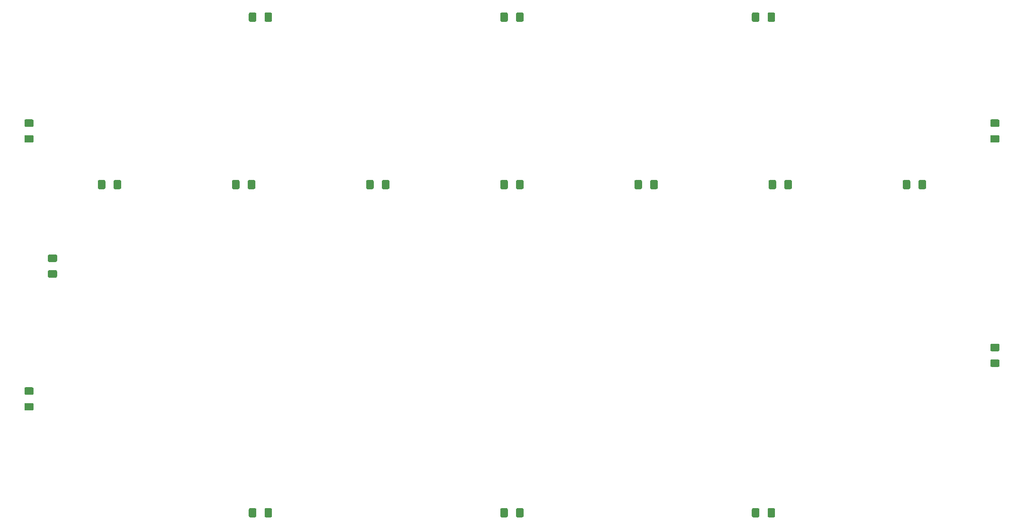
<source format=gtp>
G04 #@! TF.GenerationSoftware,KiCad,Pcbnew,(5.1.10)-1*
G04 #@! TF.CreationDate,2021-09-06T17:19:25-07:00*
G04 #@! TF.ProjectId,TBM930 - De-ice panel,54424d39-3330-4202-9d20-44652d696365,rev?*
G04 #@! TF.SameCoordinates,Original*
G04 #@! TF.FileFunction,Paste,Top*
G04 #@! TF.FilePolarity,Positive*
%FSLAX46Y46*%
G04 Gerber Fmt 4.6, Leading zero omitted, Abs format (unit mm)*
G04 Created by KiCad (PCBNEW (5.1.10)-1) date 2021-09-06 17:19:25*
%MOMM*%
%LPD*%
G01*
G04 APERTURE LIST*
G04 APERTURE END LIST*
G36*
G01*
X48250000Y-95762500D02*
X47000000Y-95762500D01*
G75*
G02*
X46750000Y-95512500I0J250000D01*
G01*
X46750000Y-94587500D01*
G75*
G02*
X47000000Y-94337500I250000J0D01*
G01*
X48250000Y-94337500D01*
G75*
G02*
X48500000Y-94587500I0J-250000D01*
G01*
X48500000Y-95512500D01*
G75*
G02*
X48250000Y-95762500I-250000J0D01*
G01*
G37*
G36*
G01*
X48250000Y-92787500D02*
X47000000Y-92787500D01*
G75*
G02*
X46750000Y-92537500I0J250000D01*
G01*
X46750000Y-91612500D01*
G75*
G02*
X47000000Y-91362500I250000J0D01*
G01*
X48250000Y-91362500D01*
G75*
G02*
X48500000Y-91612500I0J-250000D01*
G01*
X48500000Y-92537500D01*
G75*
G02*
X48250000Y-92787500I-250000J0D01*
G01*
G37*
G36*
G01*
X60620000Y-77480000D02*
X60620000Y-78730000D01*
G75*
G02*
X60370000Y-78980000I-250000J0D01*
G01*
X59445000Y-78980000D01*
G75*
G02*
X59195000Y-78730000I0J250000D01*
G01*
X59195000Y-77480000D01*
G75*
G02*
X59445000Y-77230000I250000J0D01*
G01*
X60370000Y-77230000D01*
G75*
G02*
X60620000Y-77480000I0J-250000D01*
G01*
G37*
G36*
G01*
X57645000Y-77480000D02*
X57645000Y-78730000D01*
G75*
G02*
X57395000Y-78980000I-250000J0D01*
G01*
X56470000Y-78980000D01*
G75*
G02*
X56220000Y-78730000I0J250000D01*
G01*
X56220000Y-77480000D01*
G75*
G02*
X56470000Y-77230000I250000J0D01*
G01*
X57395000Y-77230000D01*
G75*
G02*
X57645000Y-77480000I0J-250000D01*
G01*
G37*
G36*
G01*
X83045000Y-77480000D02*
X83045000Y-78730000D01*
G75*
G02*
X82795000Y-78980000I-250000J0D01*
G01*
X81870000Y-78980000D01*
G75*
G02*
X81620000Y-78730000I0J250000D01*
G01*
X81620000Y-77480000D01*
G75*
G02*
X81870000Y-77230000I250000J0D01*
G01*
X82795000Y-77230000D01*
G75*
G02*
X83045000Y-77480000I0J-250000D01*
G01*
G37*
G36*
G01*
X86020000Y-77480000D02*
X86020000Y-78730000D01*
G75*
G02*
X85770000Y-78980000I-250000J0D01*
G01*
X84845000Y-78980000D01*
G75*
G02*
X84595000Y-78730000I0J250000D01*
G01*
X84595000Y-77480000D01*
G75*
G02*
X84845000Y-77230000I250000J0D01*
G01*
X85770000Y-77230000D01*
G75*
G02*
X86020000Y-77480000I0J-250000D01*
G01*
G37*
G36*
G01*
X108445000Y-77480000D02*
X108445000Y-78730000D01*
G75*
G02*
X108195000Y-78980000I-250000J0D01*
G01*
X107270000Y-78980000D01*
G75*
G02*
X107020000Y-78730000I0J250000D01*
G01*
X107020000Y-77480000D01*
G75*
G02*
X107270000Y-77230000I250000J0D01*
G01*
X108195000Y-77230000D01*
G75*
G02*
X108445000Y-77480000I0J-250000D01*
G01*
G37*
G36*
G01*
X111420000Y-77480000D02*
X111420000Y-78730000D01*
G75*
G02*
X111170000Y-78980000I-250000J0D01*
G01*
X110245000Y-78980000D01*
G75*
G02*
X109995000Y-78730000I0J250000D01*
G01*
X109995000Y-77480000D01*
G75*
G02*
X110245000Y-77230000I250000J0D01*
G01*
X111170000Y-77230000D01*
G75*
G02*
X111420000Y-77480000I0J-250000D01*
G01*
G37*
G36*
G01*
X136820000Y-77480000D02*
X136820000Y-78730000D01*
G75*
G02*
X136570000Y-78980000I-250000J0D01*
G01*
X135645000Y-78980000D01*
G75*
G02*
X135395000Y-78730000I0J250000D01*
G01*
X135395000Y-77480000D01*
G75*
G02*
X135645000Y-77230000I250000J0D01*
G01*
X136570000Y-77230000D01*
G75*
G02*
X136820000Y-77480000I0J-250000D01*
G01*
G37*
G36*
G01*
X133845000Y-77480000D02*
X133845000Y-78730000D01*
G75*
G02*
X133595000Y-78980000I-250000J0D01*
G01*
X132670000Y-78980000D01*
G75*
G02*
X132420000Y-78730000I0J250000D01*
G01*
X132420000Y-77480000D01*
G75*
G02*
X132670000Y-77230000I250000J0D01*
G01*
X133595000Y-77230000D01*
G75*
G02*
X133845000Y-77480000I0J-250000D01*
G01*
G37*
G36*
G01*
X159245000Y-77480000D02*
X159245000Y-78730000D01*
G75*
G02*
X158995000Y-78980000I-250000J0D01*
G01*
X158070000Y-78980000D01*
G75*
G02*
X157820000Y-78730000I0J250000D01*
G01*
X157820000Y-77480000D01*
G75*
G02*
X158070000Y-77230000I250000J0D01*
G01*
X158995000Y-77230000D01*
G75*
G02*
X159245000Y-77480000I0J-250000D01*
G01*
G37*
G36*
G01*
X162220000Y-77480000D02*
X162220000Y-78730000D01*
G75*
G02*
X161970000Y-78980000I-250000J0D01*
G01*
X161045000Y-78980000D01*
G75*
G02*
X160795000Y-78730000I0J250000D01*
G01*
X160795000Y-77480000D01*
G75*
G02*
X161045000Y-77230000I250000J0D01*
G01*
X161970000Y-77230000D01*
G75*
G02*
X162220000Y-77480000I0J-250000D01*
G01*
G37*
G36*
G01*
X187620000Y-77480000D02*
X187620000Y-78730000D01*
G75*
G02*
X187370000Y-78980000I-250000J0D01*
G01*
X186445000Y-78980000D01*
G75*
G02*
X186195000Y-78730000I0J250000D01*
G01*
X186195000Y-77480000D01*
G75*
G02*
X186445000Y-77230000I250000J0D01*
G01*
X187370000Y-77230000D01*
G75*
G02*
X187620000Y-77480000I0J-250000D01*
G01*
G37*
G36*
G01*
X184645000Y-77480000D02*
X184645000Y-78730000D01*
G75*
G02*
X184395000Y-78980000I-250000J0D01*
G01*
X183470000Y-78980000D01*
G75*
G02*
X183220000Y-78730000I0J250000D01*
G01*
X183220000Y-77480000D01*
G75*
G02*
X183470000Y-77230000I250000J0D01*
G01*
X184395000Y-77230000D01*
G75*
G02*
X184645000Y-77480000I0J-250000D01*
G01*
G37*
G36*
G01*
X210045000Y-77480000D02*
X210045000Y-78730000D01*
G75*
G02*
X209795000Y-78980000I-250000J0D01*
G01*
X208870000Y-78980000D01*
G75*
G02*
X208620000Y-78730000I0J250000D01*
G01*
X208620000Y-77480000D01*
G75*
G02*
X208870000Y-77230000I250000J0D01*
G01*
X209795000Y-77230000D01*
G75*
G02*
X210045000Y-77480000I0J-250000D01*
G01*
G37*
G36*
G01*
X213020000Y-77480000D02*
X213020000Y-78730000D01*
G75*
G02*
X212770000Y-78980000I-250000J0D01*
G01*
X211845000Y-78980000D01*
G75*
G02*
X211595000Y-78730000I0J250000D01*
G01*
X211595000Y-77480000D01*
G75*
G02*
X211845000Y-77230000I250000J0D01*
G01*
X212770000Y-77230000D01*
G75*
G02*
X213020000Y-77480000I0J-250000D01*
G01*
G37*
G36*
G01*
X86220000Y-45730000D02*
X86220000Y-46980000D01*
G75*
G02*
X85970000Y-47230000I-250000J0D01*
G01*
X85045000Y-47230000D01*
G75*
G02*
X84795000Y-46980000I0J250000D01*
G01*
X84795000Y-45730000D01*
G75*
G02*
X85045000Y-45480000I250000J0D01*
G01*
X85970000Y-45480000D01*
G75*
G02*
X86220000Y-45730000I0J-250000D01*
G01*
G37*
G36*
G01*
X89195000Y-45730000D02*
X89195000Y-46980000D01*
G75*
G02*
X88945000Y-47230000I-250000J0D01*
G01*
X88020000Y-47230000D01*
G75*
G02*
X87770000Y-46980000I0J250000D01*
G01*
X87770000Y-45730000D01*
G75*
G02*
X88020000Y-45480000I250000J0D01*
G01*
X88945000Y-45480000D01*
G75*
G02*
X89195000Y-45730000I0J-250000D01*
G01*
G37*
G36*
G01*
X136820000Y-45730000D02*
X136820000Y-46980000D01*
G75*
G02*
X136570000Y-47230000I-250000J0D01*
G01*
X135645000Y-47230000D01*
G75*
G02*
X135395000Y-46980000I0J250000D01*
G01*
X135395000Y-45730000D01*
G75*
G02*
X135645000Y-45480000I250000J0D01*
G01*
X136570000Y-45480000D01*
G75*
G02*
X136820000Y-45730000I0J-250000D01*
G01*
G37*
G36*
G01*
X133845000Y-45730000D02*
X133845000Y-46980000D01*
G75*
G02*
X133595000Y-47230000I-250000J0D01*
G01*
X132670000Y-47230000D01*
G75*
G02*
X132420000Y-46980000I0J250000D01*
G01*
X132420000Y-45730000D01*
G75*
G02*
X132670000Y-45480000I250000J0D01*
G01*
X133595000Y-45480000D01*
G75*
G02*
X133845000Y-45730000I0J-250000D01*
G01*
G37*
G36*
G01*
X181470000Y-45730000D02*
X181470000Y-46980000D01*
G75*
G02*
X181220000Y-47230000I-250000J0D01*
G01*
X180295000Y-47230000D01*
G75*
G02*
X180045000Y-46980000I0J250000D01*
G01*
X180045000Y-45730000D01*
G75*
G02*
X180295000Y-45480000I250000J0D01*
G01*
X181220000Y-45480000D01*
G75*
G02*
X181470000Y-45730000I0J-250000D01*
G01*
G37*
G36*
G01*
X184445000Y-45730000D02*
X184445000Y-46980000D01*
G75*
G02*
X184195000Y-47230000I-250000J0D01*
G01*
X183270000Y-47230000D01*
G75*
G02*
X183020000Y-46980000I0J250000D01*
G01*
X183020000Y-45730000D01*
G75*
G02*
X183270000Y-45480000I250000J0D01*
G01*
X184195000Y-45480000D01*
G75*
G02*
X184445000Y-45730000I0J-250000D01*
G01*
G37*
G36*
G01*
X89195000Y-139710000D02*
X89195000Y-140960000D01*
G75*
G02*
X88945000Y-141210000I-250000J0D01*
G01*
X88020000Y-141210000D01*
G75*
G02*
X87770000Y-140960000I0J250000D01*
G01*
X87770000Y-139710000D01*
G75*
G02*
X88020000Y-139460000I250000J0D01*
G01*
X88945000Y-139460000D01*
G75*
G02*
X89195000Y-139710000I0J-250000D01*
G01*
G37*
G36*
G01*
X86220000Y-139710000D02*
X86220000Y-140960000D01*
G75*
G02*
X85970000Y-141210000I-250000J0D01*
G01*
X85045000Y-141210000D01*
G75*
G02*
X84795000Y-140960000I0J250000D01*
G01*
X84795000Y-139710000D01*
G75*
G02*
X85045000Y-139460000I250000J0D01*
G01*
X85970000Y-139460000D01*
G75*
G02*
X86220000Y-139710000I0J-250000D01*
G01*
G37*
G36*
G01*
X133845000Y-139710000D02*
X133845000Y-140960000D01*
G75*
G02*
X133595000Y-141210000I-250000J0D01*
G01*
X132670000Y-141210000D01*
G75*
G02*
X132420000Y-140960000I0J250000D01*
G01*
X132420000Y-139710000D01*
G75*
G02*
X132670000Y-139460000I250000J0D01*
G01*
X133595000Y-139460000D01*
G75*
G02*
X133845000Y-139710000I0J-250000D01*
G01*
G37*
G36*
G01*
X136820000Y-139710000D02*
X136820000Y-140960000D01*
G75*
G02*
X136570000Y-141210000I-250000J0D01*
G01*
X135645000Y-141210000D01*
G75*
G02*
X135395000Y-140960000I0J250000D01*
G01*
X135395000Y-139710000D01*
G75*
G02*
X135645000Y-139460000I250000J0D01*
G01*
X136570000Y-139460000D01*
G75*
G02*
X136820000Y-139710000I0J-250000D01*
G01*
G37*
G36*
G01*
X184445000Y-139710000D02*
X184445000Y-140960000D01*
G75*
G02*
X184195000Y-141210000I-250000J0D01*
G01*
X183270000Y-141210000D01*
G75*
G02*
X183020000Y-140960000I0J250000D01*
G01*
X183020000Y-139710000D01*
G75*
G02*
X183270000Y-139460000I250000J0D01*
G01*
X184195000Y-139460000D01*
G75*
G02*
X184445000Y-139710000I0J-250000D01*
G01*
G37*
G36*
G01*
X181470000Y-139710000D02*
X181470000Y-140960000D01*
G75*
G02*
X181220000Y-141210000I-250000J0D01*
G01*
X180295000Y-141210000D01*
G75*
G02*
X180045000Y-140960000I0J250000D01*
G01*
X180045000Y-139710000D01*
G75*
G02*
X180295000Y-139460000I250000J0D01*
G01*
X181220000Y-139460000D01*
G75*
G02*
X181470000Y-139710000I0J-250000D01*
G01*
G37*
G36*
G01*
X43805000Y-67170000D02*
X42555000Y-67170000D01*
G75*
G02*
X42305000Y-66920000I0J250000D01*
G01*
X42305000Y-65995000D01*
G75*
G02*
X42555000Y-65745000I250000J0D01*
G01*
X43805000Y-65745000D01*
G75*
G02*
X44055000Y-65995000I0J-250000D01*
G01*
X44055000Y-66920000D01*
G75*
G02*
X43805000Y-67170000I-250000J0D01*
G01*
G37*
G36*
G01*
X43805000Y-70145000D02*
X42555000Y-70145000D01*
G75*
G02*
X42305000Y-69895000I0J250000D01*
G01*
X42305000Y-68970000D01*
G75*
G02*
X42555000Y-68720000I250000J0D01*
G01*
X43805000Y-68720000D01*
G75*
G02*
X44055000Y-68970000I0J-250000D01*
G01*
X44055000Y-69895000D01*
G75*
G02*
X43805000Y-70145000I-250000J0D01*
G01*
G37*
G36*
G01*
X43805000Y-120945000D02*
X42555000Y-120945000D01*
G75*
G02*
X42305000Y-120695000I0J250000D01*
G01*
X42305000Y-119770000D01*
G75*
G02*
X42555000Y-119520000I250000J0D01*
G01*
X43805000Y-119520000D01*
G75*
G02*
X44055000Y-119770000I0J-250000D01*
G01*
X44055000Y-120695000D01*
G75*
G02*
X43805000Y-120945000I-250000J0D01*
G01*
G37*
G36*
G01*
X43805000Y-117970000D02*
X42555000Y-117970000D01*
G75*
G02*
X42305000Y-117720000I0J250000D01*
G01*
X42305000Y-116795000D01*
G75*
G02*
X42555000Y-116545000I250000J0D01*
G01*
X43805000Y-116545000D01*
G75*
G02*
X44055000Y-116795000I0J-250000D01*
G01*
X44055000Y-117720000D01*
G75*
G02*
X43805000Y-117970000I-250000J0D01*
G01*
G37*
G36*
G01*
X226685000Y-67170000D02*
X225435000Y-67170000D01*
G75*
G02*
X225185000Y-66920000I0J250000D01*
G01*
X225185000Y-65995000D01*
G75*
G02*
X225435000Y-65745000I250000J0D01*
G01*
X226685000Y-65745000D01*
G75*
G02*
X226935000Y-65995000I0J-250000D01*
G01*
X226935000Y-66920000D01*
G75*
G02*
X226685000Y-67170000I-250000J0D01*
G01*
G37*
G36*
G01*
X226685000Y-70145000D02*
X225435000Y-70145000D01*
G75*
G02*
X225185000Y-69895000I0J250000D01*
G01*
X225185000Y-68970000D01*
G75*
G02*
X225435000Y-68720000I250000J0D01*
G01*
X226685000Y-68720000D01*
G75*
G02*
X226935000Y-68970000I0J-250000D01*
G01*
X226935000Y-69895000D01*
G75*
G02*
X226685000Y-70145000I-250000J0D01*
G01*
G37*
G36*
G01*
X226685000Y-112690000D02*
X225435000Y-112690000D01*
G75*
G02*
X225185000Y-112440000I0J250000D01*
G01*
X225185000Y-111515000D01*
G75*
G02*
X225435000Y-111265000I250000J0D01*
G01*
X226685000Y-111265000D01*
G75*
G02*
X226935000Y-111515000I0J-250000D01*
G01*
X226935000Y-112440000D01*
G75*
G02*
X226685000Y-112690000I-250000J0D01*
G01*
G37*
G36*
G01*
X226685000Y-109715000D02*
X225435000Y-109715000D01*
G75*
G02*
X225185000Y-109465000I0J250000D01*
G01*
X225185000Y-108540000D01*
G75*
G02*
X225435000Y-108290000I250000J0D01*
G01*
X226685000Y-108290000D01*
G75*
G02*
X226935000Y-108540000I0J-250000D01*
G01*
X226935000Y-109465000D01*
G75*
G02*
X226685000Y-109715000I-250000J0D01*
G01*
G37*
M02*

</source>
